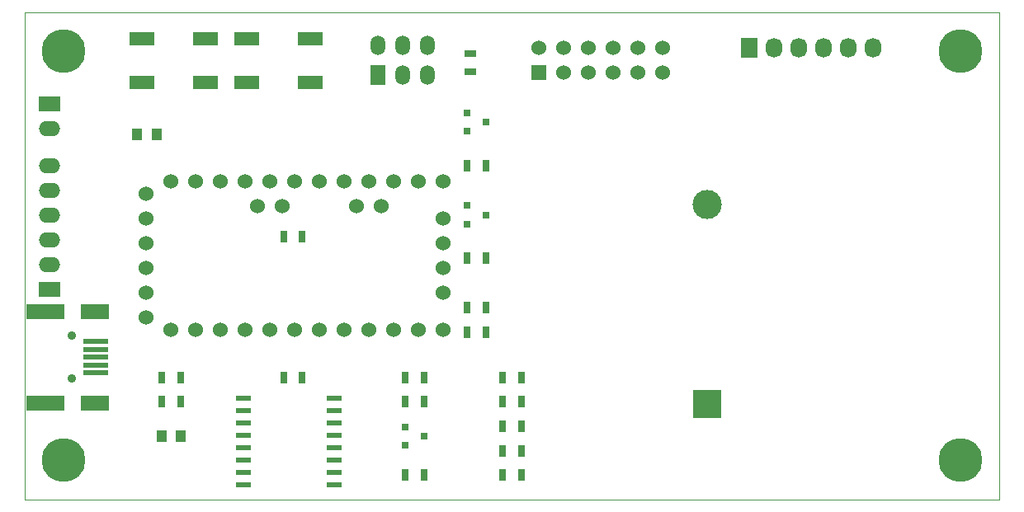
<source format=gts>
G04 #@! TF.FileFunction,Soldermask,Top*
%FSLAX46Y46*%
G04 Gerber Fmt 4.6, Leading zero omitted, Abs format (unit mm)*
G04 Created by KiCad (PCBNEW 4.0.0-stable) date 21/02/2016 17:37:39*
%MOMM*%
G01*
G04 APERTURE LIST*
%ADD10C,0.150000*%
%ADD11C,0.100000*%
%ADD12R,0.800100X0.800100*%
%ADD13R,1.500000X0.600000*%
%ADD14R,1.000000X1.250000*%
%ADD15C,4.500880*%
%ADD16R,2.199640X1.524000*%
%ADD17O,2.199640X1.524000*%
%ADD18R,1.524000X1.524000*%
%ADD19C,1.524000*%
%ADD20R,1.524000X1.998980*%
%ADD21O,1.524000X1.998980*%
%ADD22R,1.727200X2.032000*%
%ADD23O,1.727200X2.032000*%
%ADD24R,0.700000X1.300000*%
%ADD25R,1.300000X0.700000*%
%ADD26C,2.999740*%
%ADD27R,2.997200X2.997200*%
%ADD28R,2.499360X1.397000*%
%ADD29R,2.600000X0.500380*%
%ADD30R,4.000000X1.501140*%
%ADD31R,3.000000X1.501140*%
%ADD32C,0.899160*%
G04 APERTURE END LIST*
D10*
D11*
X100000000Y0D02*
X0Y0D01*
X100000000Y50000000D02*
X100000000Y0D01*
X0Y50000000D02*
X100000000Y50000000D01*
X0Y0D02*
X0Y50000000D01*
D12*
X45354240Y30160000D03*
X45354240Y28260000D03*
X47353220Y29210000D03*
D13*
X22401000Y10414000D03*
X22401000Y9144000D03*
X22401000Y7874000D03*
X22401000Y6604000D03*
X22401000Y5334000D03*
X22401000Y4064000D03*
X22401000Y2794000D03*
X22401000Y1524000D03*
X31701000Y1524000D03*
X31701000Y2794000D03*
X31701000Y4064000D03*
X31701000Y5334000D03*
X31701000Y6604000D03*
X31701000Y7874000D03*
X31701000Y9144000D03*
X31701000Y10414000D03*
D14*
X16000000Y6500000D03*
X14000000Y6500000D03*
X11500000Y37500000D03*
X13500000Y37500000D03*
D15*
X4000000Y46000000D03*
X4000000Y4000000D03*
X96000000Y46000000D03*
X96000000Y4000000D03*
D16*
X2540000Y21590000D03*
D17*
X2540000Y24130000D03*
X2540000Y26670000D03*
X2540000Y29210000D03*
X2540000Y31750000D03*
X2540000Y34290000D03*
D16*
X2540000Y40640000D03*
D17*
X2540000Y38100000D03*
D18*
X52705000Y43815000D03*
D19*
X52705000Y46355000D03*
X55245000Y43815000D03*
X55245000Y46355000D03*
X57785000Y43815000D03*
X57785000Y46355000D03*
X60325000Y43815000D03*
X60325000Y46355000D03*
X62865000Y43815000D03*
X62865000Y46355000D03*
X65405000Y43815000D03*
X65405000Y46355000D03*
D20*
X36195000Y43566080D03*
D21*
X36195000Y46603920D03*
X38735000Y43566080D03*
X38735000Y46603920D03*
X41275000Y43566080D03*
X41275000Y46603920D03*
D22*
X74295000Y46355000D03*
D23*
X76835000Y46355000D03*
X79375000Y46355000D03*
X81915000Y46355000D03*
X84455000Y46355000D03*
X86995000Y46355000D03*
D12*
X45354240Y39685000D03*
X45354240Y37785000D03*
X47353220Y38735000D03*
X38999240Y7450000D03*
X38999240Y5550000D03*
X40998220Y6500000D03*
D24*
X15950000Y10000000D03*
X14050000Y10000000D03*
X15950000Y12500000D03*
X14050000Y12500000D03*
X28450000Y12500000D03*
X26550000Y12500000D03*
X39050000Y12500000D03*
X40950000Y12500000D03*
X49050000Y12500000D03*
X50950000Y12500000D03*
X49050000Y10000000D03*
X50950000Y10000000D03*
X49050000Y7500000D03*
X50950000Y7500000D03*
X49050000Y5000000D03*
X50950000Y5000000D03*
X49050000Y2500000D03*
X50950000Y2500000D03*
X45405000Y19685000D03*
X47305000Y19685000D03*
X45405000Y17145000D03*
X47305000Y17145000D03*
X26550000Y27000000D03*
X28450000Y27000000D03*
X45405000Y34290000D03*
X47305000Y34290000D03*
X45405000Y24765000D03*
X47305000Y24765000D03*
X40950000Y10000000D03*
X39050000Y10000000D03*
D25*
X45720000Y43881000D03*
X45720000Y45781000D03*
D24*
X39050000Y2500000D03*
X40950000Y2500000D03*
D19*
X17526000Y17399000D03*
X20066000Y17399000D03*
X22606000Y17399000D03*
X14986000Y17399000D03*
X25146000Y17399000D03*
X27686000Y17399000D03*
X30226000Y17399000D03*
X32766000Y17399000D03*
X35306000Y17399000D03*
X37846000Y17399000D03*
X40386000Y17399000D03*
X42926000Y17399000D03*
X42926000Y21209000D03*
X42926000Y23749000D03*
X42926000Y26289000D03*
X42926000Y28829000D03*
X42926000Y32639000D03*
X40386000Y32639000D03*
X37846000Y32639000D03*
X35306000Y32639000D03*
X32766000Y32639000D03*
X30226000Y32639000D03*
X27686000Y32639000D03*
X25146000Y32639000D03*
X22606000Y32639000D03*
X20066000Y32639000D03*
X17526000Y32639000D03*
X14986000Y32639000D03*
X12446000Y18669000D03*
X12446000Y23749000D03*
X12446000Y26289000D03*
X12446000Y28829000D03*
X12446000Y31369000D03*
X36576000Y30099000D03*
X34036000Y30099000D03*
X26416000Y30099000D03*
X23876000Y30099000D03*
X12446000Y21209000D03*
D26*
X70000000Y30283200D03*
D27*
X70000000Y9785400D03*
D28*
X11991340Y42834560D03*
X11991340Y47335440D03*
X18491200Y42834560D03*
X18491200Y47335440D03*
X22786340Y42834560D03*
X22786340Y47335440D03*
X29286200Y42834560D03*
X29286200Y47335440D03*
D29*
X7245000Y14605000D03*
X7245000Y15405000D03*
X7245000Y13005000D03*
D30*
X2145000Y19305000D03*
D31*
X7145000Y19305000D03*
D30*
X2145000Y9905000D03*
D31*
X7145000Y9905000D03*
D29*
X7245000Y13805000D03*
D32*
X4843780Y16804640D03*
X4843780Y12405360D03*
D29*
X7245000Y16205000D03*
M02*

</source>
